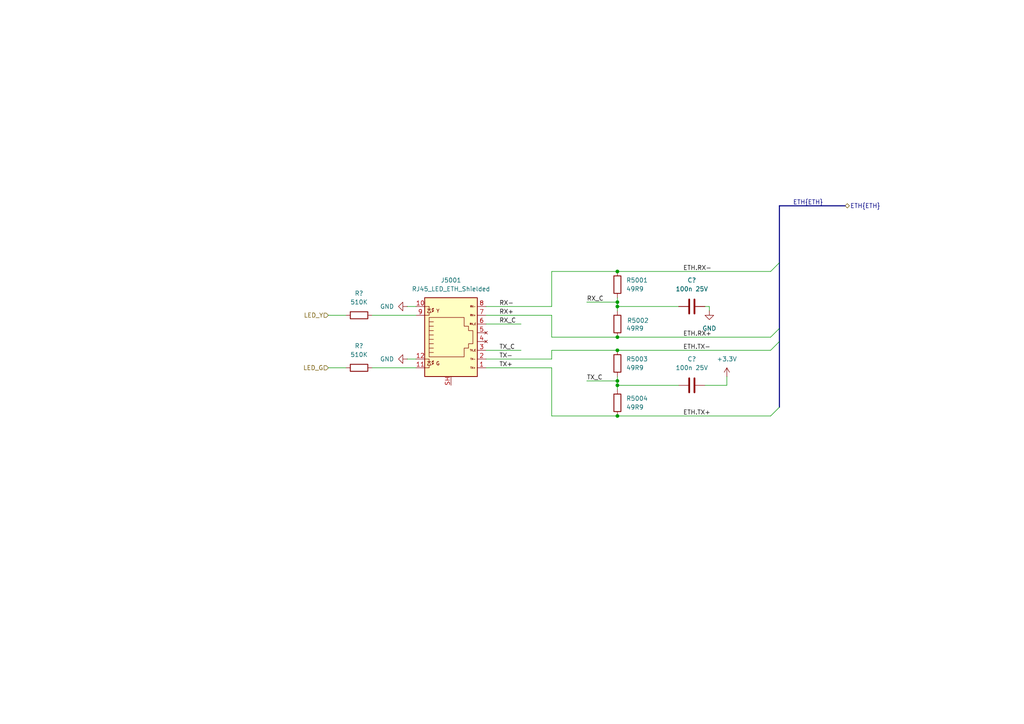
<source format=kicad_sch>
(kicad_sch (version 20231120) (generator "eeschema") (generator_version "8.0")
  (paper "A4")
  (lib_symbols
    (symbol "Device:R" (pin_numbers hide) (pin_names (offset 0))
      (property "Reference" "R" (at 2.032 0 90))
      (property "Value" "R" (at 0 0 90))
      (symbol "R_0_1"
        (rectangle (start -1.016 -2.54) (end 1.016 2.54) (stroke (width 0.254)))
      )
      (symbol "R_1_1"
        (pin passive line (at 0 3.81 270) (length 1.27) (name "~") (number "1"))
        (pin passive line (at 0 -3.81 90) (length 1.27) (name "~") (number "2"))
      )
    )
    (symbol "bt_capacitor:C;M;100n;10p;25V;S;0603" (pin_numbers hide) (pin_names (offset 0.254))
      (property "Reference" "C" (at 0.635 2.54 0))
      (property "Value" "100n 25V" (at 4.635 -2.54 0))
      (symbol "C;M;100n;10p;25V;S;0603_0_1"
        (polyline (pts (xy -2.032 -0.762) (xy 2.032 -0.762)) (stroke (width 0.508)))
        (polyline (pts (xy -2.032 0.762) (xy 2.032 0.762)) (stroke (width 0.508)))
      )
      (symbol "C;M;100n;10p;25V;S;0603_1_1"
        (pin passive line (at 0 3.81 270) (length 2.794) (name "~") (number "1"))
        (pin passive line (at 0 -3.81 90) (length 2.794) (name "~") (number "2"))
      )
    )
    (symbol "bt_connector:RJ45_LED_ETH_Shielded"
      (property "Reference" "J" (at -7.62 12.7 0))
      (property "Value" "RJ45_LED_ETH_Shielded" (at 11.43 13.97 0))
      (symbol "RJ45_LED_ETH_Shielded_0_0"
        (text "G" (at -3.81 -7.62 0) (effects (font (size 1 1))))
        (text "RX+" (at 6.35 6.35 0) (effects (font (size 0.5 0.5))))
        (text "RX-" (at 6.35 8.89 0) (effects (font (size 0.5 0.5))))
        (text "RX_C" (at 6.35 3.81 0) (effects (font (size 0.5 0.5))))
        (text "TX+" (at 6.35 -8.89 0) (effects (font (size 0.5 0.5))))
        (text "TX-" (at 6.35 -6.35 0) (effects (font (size 0.5 0.5))))
        (text "TX_C" (at 6.35 -3.81 0) (effects (font (size 0.5 0.5))))
        (text "Y" (at -3.81 7.62 0) (effects (font (size 1 1))))
      )
      (symbol "RJ45_LED_ETH_Shielded_0_1"
        (polyline (pts (xy -7.62 -8.89) (xy -6.35 -8.89)))
        (polyline (pts (xy -7.62 -6.35) (xy -6.35 -6.35)))
        (polyline (pts (xy -7.62 6.35) (xy -6.35 6.35)))
        (polyline (pts (xy -7.62 8.89) (xy -6.35 8.89)))
        (polyline (pts (xy -6.858 -7.112) (xy -5.842 -7.112)))
        (polyline (pts (xy -6.858 8.128) (xy -5.842 8.128)))
        (polyline (pts (xy -6.35 -8.89) (xy -6.35 -8.128)))
        (polyline (pts (xy -6.35 -6.35) (xy -6.35 -7.112)))
        (polyline (pts (xy -6.35 6.35) (xy -6.35 7.112)))
        (polyline (pts (xy -6.35 8.89) (xy -6.35 8.128)))
        (polyline (pts (xy -5.08 -7.493) (xy -5.207 -7.874)))
        (polyline (pts (xy -5.08 -6.858) (xy -5.207 -7.239)))
        (polyline (pts (xy -5.08 3.175) (xy -6.35 3.175)))
        (polyline (pts (xy -5.08 4.445) (xy -6.35 4.445)))
        (polyline (pts (xy -5.08 7.747) (xy -5.207 7.366)))
        (polyline (pts (xy -5.08 8.382) (xy -5.207 8.001)))
        (polyline (pts (xy -6.35 -4.445) (xy -5.08 -4.445) (xy -5.08 -4.445)))
        (polyline (pts (xy -6.35 -3.175) (xy -5.08 -3.175) (xy -5.08 -3.175)))
        (polyline (pts (xy -6.35 -1.905) (xy -5.08 -1.905) (xy -5.08 -1.905)))
        (polyline (pts (xy -6.35 -0.635) (xy -5.08 -0.635) (xy -5.08 -0.635)))
        (polyline (pts (xy -6.35 0.635) (xy -5.08 0.635) (xy -5.08 0.635)))
        (polyline (pts (xy -5.588 -8.001) (xy -5.08 -7.493) (xy -5.461 -7.62)))
        (polyline (pts (xy -5.588 -7.366) (xy -5.08 -6.858) (xy -5.461 -6.985)))
        (polyline (pts (xy -5.588 7.239) (xy -5.08 7.747) (xy -5.461 7.62)))
        (polyline (pts (xy -5.588 7.874) (xy -5.08 8.382) (xy -5.461 8.255)))
        (polyline (pts (xy -5.08 1.905) (xy -6.35 1.905) (xy -6.35 1.905)))
        (polyline (pts (xy -6.35 -7.112) (xy -6.858 -8.128) (xy -5.842 -8.128) (xy -6.35 -7.112)))
        (polyline (pts (xy -6.35 8.128) (xy -6.858 7.112) (xy -5.842 7.112) (xy -6.35 8.128)))
        (polyline (pts (xy -6.35 -5.715) (xy -6.35 5.715) (xy 3.81 5.715) (xy 3.81 3.175) (xy 5.08 3.175) (xy 5.08 1.905) (xy 6.35 1.905) (xy 6.35 -1.905) (xy 5.08 -1.905) (xy 5.08 -3.175) (xy 3.81 -3.175) (xy 3.81 -5.715) (xy -6.35 -5.715) (xy -6.35 -5.715)))
        (rectangle (start 7.62 11.43) (end -7.62 -11.43) (stroke (width 0.254)) (fill (type background)))
      )
      (symbol "RJ45_LED_ETH_Shielded_1_1"
        (pin passive line (at 10.16 -8.89 180) (length 2.54) (name "~") (number "1"))
        (pin passive line (at -10.16 8.89 0) (length 2.54) (name "~") (number "10"))
        (pin passive line (at -10.16 -8.89 0) (length 2.54) (name "~") (number "11"))
        (pin passive line (at -10.16 -6.35 0) (length 2.54) (name "~") (number "12"))
        (pin passive line (at 10.16 -6.35 180) (length 2.54) (name "~") (number "2"))
        (pin passive line (at 10.16 -3.81 180) (length 2.54) (name "~") (number "3"))
        (pin no_connect line (at 10.16 -1.27 180) (length 2.54) (name "~") (number "4"))
        (pin no_connect line (at 10.16 1.27 180) (length 2.54) (name "~") (number "5"))
        (pin passive line (at 10.16 3.81 180) (length 2.54) (name "~") (number "6"))
        (pin passive line (at 10.16 6.35 180) (length 2.54) (name "~") (number "7"))
        (pin passive line (at 10.16 8.89 180) (length 2.54) (name "~") (number "8"))
        (pin passive line (at -10.16 6.35 0) (length 2.54) (name "~") (number "9"))
        (pin passive line (at 0 -13.97 90) (length 2.54) (name "~") (number "SH"))
      )
    )
    (symbol "bt_resistors:R;G;510K;10P0;S;0603" (pin_numbers hide) (pin_names (offset 0))
      (property "Reference" "R" (at 2.032 0 90))
      (property "Value" "510K" (at 0 0 90))
      (symbol "R;G;510K;10P0;S;0603_0_1"
        (rectangle (start -1.016 -2.54) (end 1.016 2.54) (stroke (width 0.254)))
      )
      (symbol "R;G;510K;10P0;S;0603_1_1"
        (pin passive line (at 0 3.81 270) (length 1.27) (name "~") (number "1"))
        (pin passive line (at 0 -3.81 90) (length 1.27) (name "~") (number "2"))
      )
    )
    (symbol "power:+3.3V" (power) (pin_numbers hide) (pin_names (offset 0) hide)
      (property "Value" "+3.3V" (at 0 3.556 0))
      (symbol "+3.3V_0_1"
        (polyline (pts (xy -0.762 1.27) (xy 0 2.54)))
        (polyline (pts (xy 0 0) (xy 0 2.54)))
        (polyline (pts (xy 0 2.54) (xy 0.762 1.27)))
      )
      (symbol "+3.3V_1_1"
        (pin power_in line (at 0 0 90) (length 0) (name "~") (number "1"))
      )
    )
    (symbol "power:GND" (power) (pin_numbers hide) (pin_names (offset 0) hide)
      (property "Value" "GND" (at 0 -3.81 0))
      (symbol "GND_0_1"
        (polyline (pts (xy 0 0) (xy 0 -1.27) (xy 1.27 -1.27) (xy 0 -2.54) (xy -1.27 -1.27) (xy 0 -1.27)))
      )
      (symbol "GND_1_1"
        (pin power_in line (at 0 0 270) (length 0) (name "~") (number "1"))
      )
    )
  )
  (bus_alias "ETH" (members "RX-" "RX+" "TX-" "TX+"))
  (junction (at 179.07 97.79))
  (junction (at 179.07 78.74))
  (junction (at 179.07 111.76))
  (junction (at 179.07 87.63))
  (junction (at 179.07 88.9))
  (junction (at 179.07 101.6))
  (junction (at 179.07 110.49))
  (junction (at 179.07 120.65))
  (bus_entry (at 226.06 76.2) (size -2.54 2.54))
  (bus_entry (at 226.06 95.25) (size -2.54 2.54))
  (bus_entry (at 226.06 118.11) (size -2.54 2.54))
  (bus_entry (at 226.06 99.06) (size -2.54 2.54))
  (wire (pts (xy 205.74 88.9) (xy 205.74 90.17)))
  (wire (pts (xy 160.02 91.44) (xy 160.02 97.79)))
  (bus (pts (xy 226.06 59.69) (xy 245.11 59.69)))
  (bus (pts (xy 226.06 99.06) (xy 226.06 95.25)))
  (wire (pts (xy 170.18 87.63) (xy 179.07 87.63)))
  (bus (pts (xy 226.06 76.2) (xy 226.06 59.69)))
  (wire (pts (xy 204.47 111.76) (xy 210.82 111.76)))
  (wire (pts (xy 140.97 101.6) (xy 151.13 101.6)))
  (wire (pts (xy 140.97 106.68) (xy 160.02 106.68)))
  (wire (pts (xy 107.95 91.44) (xy 120.65 91.44)))
  (wire (pts (xy 160.02 104.14) (xy 160.02 101.6)))
  (wire (pts (xy 179.07 111.76) (xy 196.85 111.76)))
  (bus (pts (xy 226.06 95.25) (xy 226.06 76.2)))
  (wire (pts (xy 95.25 106.68) (xy 100.33 106.68)))
  (wire (pts (xy 118.11 88.9) (xy 120.65 88.9)))
  (wire (pts (xy 179.07 78.74) (xy 223.52 78.74)))
  (wire (pts (xy 140.97 93.98) (xy 151.13 93.98)))
  (wire (pts (xy 118.11 104.14) (xy 120.65 104.14)))
  (wire (pts (xy 179.07 97.79) (xy 223.52 97.79)))
  (bus (pts (xy 226.06 118.11) (xy 226.06 99.06)))
  (wire (pts (xy 179.07 109.22) (xy 179.07 110.49)))
  (wire (pts (xy 204.47 88.9) (xy 205.74 88.9)))
  (wire (pts (xy 179.07 88.9) (xy 196.85 88.9)))
  (wire (pts (xy 179.07 111.76) (xy 179.07 113.03)))
  (wire (pts (xy 160.02 97.79) (xy 179.07 97.79)))
  (wire (pts (xy 140.97 91.44) (xy 160.02 91.44)))
  (wire (pts (xy 179.07 87.63) (xy 179.07 88.9)))
  (wire (pts (xy 210.82 111.76) (xy 210.82 109.22)))
  (wire (pts (xy 179.07 120.65) (xy 223.52 120.65)))
  (wire (pts (xy 107.95 106.68) (xy 120.65 106.68)))
  (wire (pts (xy 140.97 104.14) (xy 160.02 104.14)))
  (wire (pts (xy 160.02 78.74) (xy 179.07 78.74)))
  (wire (pts (xy 179.07 101.6) (xy 223.52 101.6)))
  (wire (pts (xy 160.02 101.6) (xy 179.07 101.6)))
  (wire (pts (xy 95.25 91.44) (xy 100.33 91.44)))
  (wire (pts (xy 160.02 120.65) (xy 179.07 120.65)))
  (wire (pts (xy 179.07 110.49) (xy 179.07 111.76)))
  (wire (pts (xy 160.02 106.68) (xy 160.02 120.65)))
  (wire (pts (xy 140.97 88.9) (xy 160.02 88.9)))
  (wire (pts (xy 160.02 88.9) (xy 160.02 78.74)))
  (wire (pts (xy 170.18 110.49) (xy 179.07 110.49)))
  (wire (pts (xy 179.07 88.9) (xy 179.07 90.17)))
  (wire (pts (xy 179.07 86.36) (xy 179.07 87.63)))
  (label "ETH.TX-" (at 198.12 101.6 0))
  (label "RX-" (at 144.78 88.9 0))
  (label "RX+" (at 144.78 91.44 0))
  (label "RX_C" (at 144.78 93.98 0))
  (label "TX_C" (at 170.18 110.49 0))
  (label "TX+" (at 144.78 106.68 0))
  (label "RX_C" (at 170.18 87.63 0))
  (label "ETH.RX-" (at 198.12 78.74 0))
  (label "ETH.RX+" (at 198.12 97.79 0))
  (label "TX-" (at 144.78 104.14 0))
  (label "TX_C" (at 144.78 101.6 0))
  (label "ETH{ETH}" (at 238.76 59.69 180))
  (label "ETH.TX+" (at 198.12 120.65 0))
  (hierarchical_label "ETH{ETH}" (shape bidirectional) (at 245.11 59.69 0))
  (hierarchical_label "LED_Y" (shape input) (at 95.25 91.44 180))
  (hierarchical_label "LED_G" (shape input) (at 95.25 106.68 180))
  (symbol (lib_id "power:GND") (at 205.74 90.17 0) (unit 1)
    (property "Reference" "#PWR05001" (effects (hide yes)))
    (property "Value" "GND" (at 205.74 95.25 0))
    (property "Description" "Power symbol creates a global label with name \"GND\" , ground" (effects (hide yes)))
  )
  (symbol (lib_id "power:GND") (at 118.11 88.9 270) (unit 1)
    (property "Reference" "#PWR05004" (effects (hide yes)))
    (property "Value" "GND" (at 114.3 88.8999 90) (effects (justify right)))
    (property "Description" "Power symbol creates a global label with name \"GND\" , ground" (effects (hide yes)))
  )
  (symbol (lib_id "bt_connector:RJ45_LED_ETH_Shielded") (at 130.81 97.79 0) (unit 1)
    (property "Reference" "J5001" (at 130.81 81.28 0))
    (property "Value" "RJ45_LED_ETH_Shielded" (at 130.81 83.82 0))
    (property "Footprint" "bt_footprints:RJ45_LED_Shield" (effects (hide yes)))
    (property "Datasheet" "https://www.electrokit.com/uploads/productfile/41010/MagJack.pdf" (effects (hide yes)))
    (property "Description" "RJ45 MAGJACK+2LED" (effects (hide yes)))
    (property "CPN" "BT10000-00001" (effects (hide yes)))
    (property "MPN" "41010276" (effects (hide yes)))
  )
  (symbol (lib_id "power:GND") (at 118.11 104.14 270) (unit 1)
    (property "Reference" "#PWR05003" (effects (hide yes)))
    (property "Value" "GND" (at 114.3 104.1399 90) (effects (justify right)))
    (property "Description" "Power symbol creates a global label with name \"GND\" , ground" (effects (hide yes)))
  )
  (symbol (lib_id "Device:R") (at 179.07 93.98 0) (unit 1)
    (property "Reference" "R5002" (at 181.864 92.964 0) (effects (justify left)))
    (property "Value" "49R9" (at 181.61 95.2499 0) (effects (justify left)))
    (property "Footprint" "Resistor_SMD:R_0603_1608Metric" (effects (hide yes)))
    (property "Description" "Resistor" (effects (hide yes)))
  )
  (symbol (lib_id "bt_resistors:R;G;510K;10P0;S;0603") (at 104.14 91.44 90) (unit 1)
    (property "Reference" "R?" (at 104.14 85.09 90))
    (property "Value" "510K" (at 104.14 87.63 90))
    (property "Footprint" "Resistor_SMD:R_0603_1608Metric" (effects (hide yes)))
    (property "Description" "Resistor" (effects (hide yes)))
    (property "MPN" "R;G;T1;S;P0603;NA" (effects (hide yes)))
    (property "CPN" "BT00002-35100" (effects (hide yes)))
  )
  (symbol (lib_id "bt_capacitor:C;M;100n;10p;25V;S;0603") (at 200.66 111.76 90) (unit 1)
    (property "Reference" "C?" (at 200.66 104.14 90))
    (property "Value" "100n 25V" (at 200.66 106.68 90))
    (property "Footprint" "Capacitor_SMD:C_0603_1608Metric" (effects (hide yes)))
    (property "Description" "Capacitor" (effects (hide yes)))
    (property "MPN" "C;C;T1;S;P0603;NA" (effects (hide yes)))
    (property "CPN" "BT00008-090680" (effects (hide yes)))
  )
  (symbol (lib_id "power:+3.3V") (at 210.82 109.22 0) (unit 1)
    (property "Reference" "#PWR05002" (effects (hide yes)))
    (property "Value" "+3.3V" (at 210.82 104.14 0))
    (property "Description" "Power symbol creates a global label with name \"+3.3V\"" (effects (hide yes)))
  )
  (symbol (lib_id "Device:R") (at 179.07 105.41 0) (unit 1)
    (property "Reference" "R5003" (at 181.61 104.1399 0) (effects (justify left)))
    (property "Value" "49R9" (at 181.61 106.6799 0) (effects (justify left)))
    (property "Footprint" "Resistor_SMD:R_0603_1608Metric" (effects (hide yes)))
    (property "Description" "Resistor" (effects (hide yes)))
  )
  (symbol (lib_id "bt_capacitor:C;M;100n;10p;25V;S;0603") (at 200.66 88.9 90) (unit 1)
    (property "Reference" "C?" (at 200.66 81.28 90))
    (property "Value" "100n 25V" (at 200.66 83.82 90))
    (property "Footprint" "Capacitor_SMD:C_0603_1608Metric" (effects (hide yes)))
    (property "Description" "Capacitor" (effects (hide yes)))
    (property "MPN" "C;C;T1;S;P0603;NA" (effects (hide yes)))
    (property "CPN" "BT00008-090680" (effects (hide yes)))
  )
  (symbol (lib_id "Device:R") (at 179.07 82.55 0) (unit 1)
    (property "Reference" "R5001" (at 181.61 81.2799 0) (effects (justify left)))
    (property "Value" "49R9" (at 181.61 83.8199 0) (effects (justify left)))
    (property "Footprint" "Resistor_SMD:R_0603_1608Metric" (effects (hide yes)))
    (property "Description" "Resistor" (effects (hide yes)))
  )
  (symbol (lib_id "Device:R") (at 179.07 116.84 0) (unit 1)
    (property "Reference" "R5004" (at 181.61 115.5699 0) (effects (justify left)))
    (property "Value" "49R9" (at 181.61 118.1099 0) (effects (justify left)))
    (property "Footprint" "Resistor_SMD:R_0603_1608Metric" (effects (hide yes)))
    (property "Description" "Resistor" (effects (hide yes)))
  )
  (symbol (lib_id "bt_resistors:R;G;510K;10P0;S;0603") (at 104.14 106.68 90) (unit 1)
    (property "Reference" "R?" (at 104.14 100.33 90))
    (property "Value" "510K" (at 104.14 102.87 90))
    (property "Footprint" "Resistor_SMD:R_0603_1608Metric" (effects (hide yes)))
    (property "Description" "Resistor" (effects (hide yes)))
    (property "MPN" "R;G;T1;S;P0603;NA" (effects (hide yes)))
    (property "CPN" "BT00002-35100" (effects (hide yes)))
  )
)
</source>
